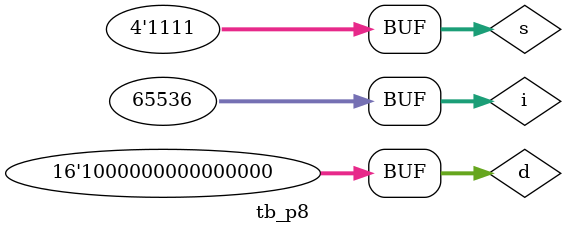
<source format=v>
module tb_p8();
  reg[15:0] d;
  reg[3:0] s;
  wire out;
  integer i;
  mux_16x1 uut (out,s,d);
  initial
  begin
    $monitor("S=%b, D=%b, out=%b, time=$t\n",s,d,out,$time);
    for( i = 1; i <= 65535; i = i * 2)
    begin
      d = i;
      s = 0; #10;
      s = 1; #10;
      s = 2; #10;
      s = 3; #10;
      s = 4; #10;
      s = 5; #10;
      s = 6; #10;
      s = 7; #10;
      s = 8; #10;
      s = 9; #10;
      s = 10; #10;
      s = 11; #10;
      s = 12; #10;
      s = 13; #10;
      s = 14; #10;
      s = 15; #10;
    end
  end
endmodule


</source>
